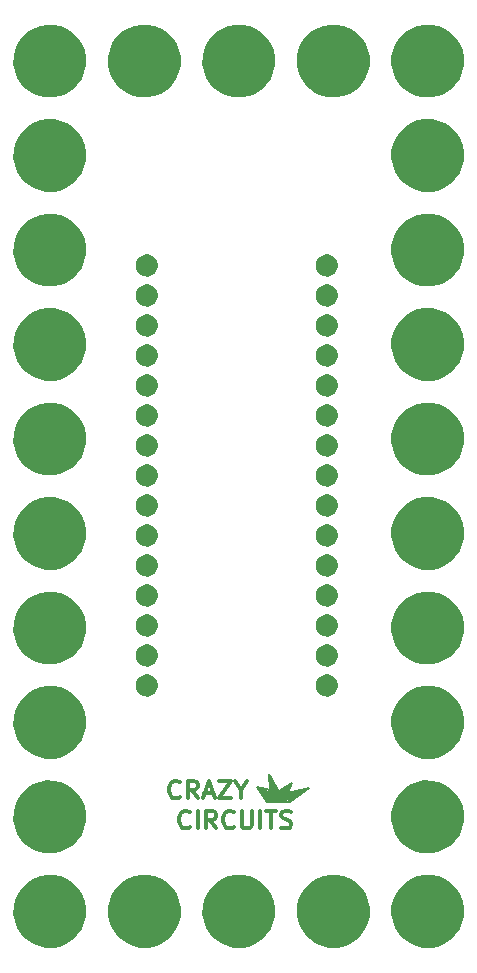
<source format=gts>
%TF.GenerationSoftware,KiCad,Pcbnew,4.0.5-e0-6337~49~ubuntu16.04.1*%
%TF.CreationDate,2017-02-03T12:40:07-08:00*%
%TF.ProjectId,5x10-Arduino-Nano-Breakout,357831302D41726475696E6F2D4E616E,1.0*%
%TF.FileFunction,Soldermask,Top*%
%FSLAX46Y46*%
G04 Gerber Fmt 4.6, Leading zero omitted, Abs format (unit mm)*
G04 Created by KiCad (PCBNEW 4.0.5-e0-6337~49~ubuntu16.04.1) date Fri Feb  3 12:40:07 2017*
%MOMM*%
%LPD*%
G01*
G04 APERTURE LIST*
%ADD10C,0.350000*%
%ADD11C,0.300000*%
%ADD12C,0.152400*%
%ADD13C,0.254000*%
G04 APERTURE END LIST*
D10*
D11*
X113424972Y-131244114D02*
X113353543Y-131315543D01*
X113139257Y-131386971D01*
X112996400Y-131386971D01*
X112782115Y-131315543D01*
X112639257Y-131172686D01*
X112567829Y-131029829D01*
X112496400Y-130744114D01*
X112496400Y-130529829D01*
X112567829Y-130244114D01*
X112639257Y-130101257D01*
X112782115Y-129958400D01*
X112996400Y-129886971D01*
X113139257Y-129886971D01*
X113353543Y-129958400D01*
X113424972Y-130029829D01*
X114067829Y-131386971D02*
X114067829Y-129886971D01*
X115639258Y-131386971D02*
X115139258Y-130672686D01*
X114782115Y-131386971D02*
X114782115Y-129886971D01*
X115353543Y-129886971D01*
X115496401Y-129958400D01*
X115567829Y-130029829D01*
X115639258Y-130172686D01*
X115639258Y-130386971D01*
X115567829Y-130529829D01*
X115496401Y-130601257D01*
X115353543Y-130672686D01*
X114782115Y-130672686D01*
X117139258Y-131244114D02*
X117067829Y-131315543D01*
X116853543Y-131386971D01*
X116710686Y-131386971D01*
X116496401Y-131315543D01*
X116353543Y-131172686D01*
X116282115Y-131029829D01*
X116210686Y-130744114D01*
X116210686Y-130529829D01*
X116282115Y-130244114D01*
X116353543Y-130101257D01*
X116496401Y-129958400D01*
X116710686Y-129886971D01*
X116853543Y-129886971D01*
X117067829Y-129958400D01*
X117139258Y-130029829D01*
X117782115Y-129886971D02*
X117782115Y-131101257D01*
X117853543Y-131244114D01*
X117924972Y-131315543D01*
X118067829Y-131386971D01*
X118353543Y-131386971D01*
X118496401Y-131315543D01*
X118567829Y-131244114D01*
X118639258Y-131101257D01*
X118639258Y-129886971D01*
X119353544Y-131386971D02*
X119353544Y-129886971D01*
X119853544Y-129886971D02*
X120710687Y-129886971D01*
X120282116Y-131386971D02*
X120282116Y-129886971D01*
X121139258Y-131315543D02*
X121353544Y-131386971D01*
X121710687Y-131386971D01*
X121853544Y-131315543D01*
X121924973Y-131244114D01*
X121996401Y-131101257D01*
X121996401Y-130958400D01*
X121924973Y-130815543D01*
X121853544Y-130744114D01*
X121710687Y-130672686D01*
X121424973Y-130601257D01*
X121282115Y-130529829D01*
X121210687Y-130458400D01*
X121139258Y-130315543D01*
X121139258Y-130172686D01*
X121210687Y-130029829D01*
X121282115Y-129958400D01*
X121424973Y-129886971D01*
X121782115Y-129886971D01*
X121996401Y-129958400D01*
X112573087Y-128704114D02*
X112501658Y-128775543D01*
X112287372Y-128846971D01*
X112144515Y-128846971D01*
X111930230Y-128775543D01*
X111787372Y-128632686D01*
X111715944Y-128489829D01*
X111644515Y-128204114D01*
X111644515Y-127989829D01*
X111715944Y-127704114D01*
X111787372Y-127561257D01*
X111930230Y-127418400D01*
X112144515Y-127346971D01*
X112287372Y-127346971D01*
X112501658Y-127418400D01*
X112573087Y-127489829D01*
X114073087Y-128846971D02*
X113573087Y-128132686D01*
X113215944Y-128846971D02*
X113215944Y-127346971D01*
X113787372Y-127346971D01*
X113930230Y-127418400D01*
X114001658Y-127489829D01*
X114073087Y-127632686D01*
X114073087Y-127846971D01*
X114001658Y-127989829D01*
X113930230Y-128061257D01*
X113787372Y-128132686D01*
X113215944Y-128132686D01*
X114644515Y-128418400D02*
X115358801Y-128418400D01*
X114501658Y-128846971D02*
X115001658Y-127346971D01*
X115501658Y-128846971D01*
X115858801Y-127346971D02*
X116858801Y-127346971D01*
X115858801Y-128846971D01*
X116858801Y-128846971D01*
X117715943Y-128132686D02*
X117715943Y-128846971D01*
X117215943Y-127346971D02*
X117715943Y-128132686D01*
X118215943Y-127346971D01*
D12*
X123037600Y-128104900D02*
X121894600Y-129057400D01*
X121704100Y-129057400D02*
X123037600Y-128104900D01*
X122656600Y-128231900D02*
X121704100Y-129057400D01*
X121577100Y-128993900D02*
X122656600Y-128231900D01*
X122466100Y-128295400D02*
X121577100Y-128993900D01*
X121323100Y-129057400D02*
X122466100Y-128295400D01*
X122148600Y-128422400D02*
X121323100Y-129057400D01*
X121196100Y-128993900D02*
X122148600Y-128422400D01*
X121958100Y-128422400D02*
X121196100Y-128993900D01*
X121196100Y-128866900D02*
X121958100Y-128422400D01*
X121704100Y-128422400D02*
X121196100Y-128866900D01*
X121132600Y-128739900D02*
X121704100Y-128422400D01*
X121704100Y-128231900D02*
X121132600Y-128739900D01*
X121704100Y-128104900D02*
X121069100Y-128612900D01*
X121831100Y-127914400D02*
X121005600Y-128485900D01*
X121831100Y-127787400D02*
X121005600Y-128358900D01*
D13*
X119989600Y-128993900D02*
X119354600Y-128104900D01*
D12*
X121894600Y-129120900D02*
X119926100Y-129120900D01*
X123482100Y-127977900D02*
X121894600Y-129120900D01*
X121704100Y-128422400D02*
X123482100Y-127977900D01*
X122021600Y-127533400D02*
X121704100Y-128422400D01*
X120942100Y-128231900D02*
X122021600Y-127533400D01*
X120116600Y-126771400D02*
X120942100Y-128295400D01*
X120180100Y-128168400D02*
X120116600Y-126771400D01*
X119100600Y-127914400D02*
X120180100Y-128168400D01*
X119926100Y-129120900D02*
X119100600Y-127914400D01*
D13*
X120180100Y-128993900D02*
X119545100Y-128104900D01*
X120370600Y-128993900D02*
X119799100Y-128168400D01*
X120497600Y-128993900D02*
X120053100Y-128231900D01*
X120751600Y-128993900D02*
X120307100Y-128168400D01*
X120942100Y-128993900D02*
X120370600Y-127914400D01*
X121132600Y-128993900D02*
X120243600Y-127279400D01*
X120307100Y-127977900D02*
X120243600Y-127152400D01*
D10*
G36*
X101874110Y-135335847D02*
X102465055Y-135457151D01*
X103021198Y-135690932D01*
X103521334Y-136028278D01*
X103946421Y-136456343D01*
X104280266Y-136958821D01*
X104510156Y-137516576D01*
X104627264Y-138108014D01*
X104627264Y-138108024D01*
X104627331Y-138108363D01*
X104617710Y-138797416D01*
X104617633Y-138797754D01*
X104617633Y-138797762D01*
X104484057Y-139385701D01*
X104238685Y-139936816D01*
X103890937Y-140429778D01*
X103454062Y-140845809D01*
X102944700Y-141169061D01*
X102382254Y-141387219D01*
X101788147Y-141491976D01*
X101185003Y-141479342D01*
X100595800Y-141349797D01*
X100042982Y-141108277D01*
X99547607Y-140763982D01*
X99128537Y-140330023D01*
X98801738Y-139822930D01*
X98579656Y-139262014D01*
X98470755Y-138668658D01*
X98479177Y-138065441D01*
X98604606Y-137475347D01*
X98842259Y-136920858D01*
X99183091Y-136423088D01*
X99614112Y-136001000D01*
X100118913Y-135670668D01*
X100678259Y-135444677D01*
X101270845Y-135331636D01*
X101874110Y-135335847D01*
X101874110Y-135335847D01*
G37*
G36*
X109873110Y-135335847D02*
X110464055Y-135457151D01*
X111020198Y-135690932D01*
X111520334Y-136028278D01*
X111945421Y-136456343D01*
X112279266Y-136958821D01*
X112509156Y-137516576D01*
X112626264Y-138108014D01*
X112626264Y-138108024D01*
X112626331Y-138108363D01*
X112616710Y-138797416D01*
X112616633Y-138797754D01*
X112616633Y-138797762D01*
X112483057Y-139385701D01*
X112237685Y-139936816D01*
X111889937Y-140429778D01*
X111453062Y-140845809D01*
X110943700Y-141169061D01*
X110381254Y-141387219D01*
X109787147Y-141491976D01*
X109184003Y-141479342D01*
X108594800Y-141349797D01*
X108041982Y-141108277D01*
X107546607Y-140763982D01*
X107127537Y-140330023D01*
X106800738Y-139822930D01*
X106578656Y-139262014D01*
X106469755Y-138668658D01*
X106478177Y-138065441D01*
X106603606Y-137475347D01*
X106841259Y-136920858D01*
X107182091Y-136423088D01*
X107613112Y-136001000D01*
X108117913Y-135670668D01*
X108677259Y-135444677D01*
X109269845Y-135331636D01*
X109873110Y-135335847D01*
X109873110Y-135335847D01*
G37*
G36*
X125873110Y-135335847D02*
X126464055Y-135457151D01*
X127020198Y-135690932D01*
X127520334Y-136028278D01*
X127945421Y-136456343D01*
X128279266Y-136958821D01*
X128509156Y-137516576D01*
X128626264Y-138108014D01*
X128626264Y-138108024D01*
X128626331Y-138108363D01*
X128616710Y-138797416D01*
X128616633Y-138797754D01*
X128616633Y-138797762D01*
X128483057Y-139385701D01*
X128237685Y-139936816D01*
X127889937Y-140429778D01*
X127453062Y-140845809D01*
X126943700Y-141169061D01*
X126381254Y-141387219D01*
X125787147Y-141491976D01*
X125184003Y-141479342D01*
X124594800Y-141349797D01*
X124041982Y-141108277D01*
X123546607Y-140763982D01*
X123127537Y-140330023D01*
X122800738Y-139822930D01*
X122578656Y-139262014D01*
X122469755Y-138668658D01*
X122478177Y-138065441D01*
X122603606Y-137475347D01*
X122841259Y-136920858D01*
X123182091Y-136423088D01*
X123613112Y-136001000D01*
X124117913Y-135670668D01*
X124677259Y-135444677D01*
X125269845Y-135331636D01*
X125873110Y-135335847D01*
X125873110Y-135335847D01*
G37*
G36*
X133873110Y-135335847D02*
X134464055Y-135457151D01*
X135020198Y-135690932D01*
X135520334Y-136028278D01*
X135945421Y-136456343D01*
X136279266Y-136958821D01*
X136509156Y-137516576D01*
X136626264Y-138108014D01*
X136626264Y-138108024D01*
X136626331Y-138108363D01*
X136616710Y-138797416D01*
X136616633Y-138797754D01*
X136616633Y-138797762D01*
X136483057Y-139385701D01*
X136237685Y-139936816D01*
X135889937Y-140429778D01*
X135453062Y-140845809D01*
X134943700Y-141169061D01*
X134381254Y-141387219D01*
X133787147Y-141491976D01*
X133184003Y-141479342D01*
X132594800Y-141349797D01*
X132041982Y-141108277D01*
X131546607Y-140763982D01*
X131127537Y-140330023D01*
X130800738Y-139822930D01*
X130578656Y-139262014D01*
X130469755Y-138668658D01*
X130478177Y-138065441D01*
X130603606Y-137475347D01*
X130841259Y-136920858D01*
X131182091Y-136423088D01*
X131613112Y-136001000D01*
X132117913Y-135670668D01*
X132677259Y-135444677D01*
X133269845Y-135331636D01*
X133873110Y-135335847D01*
X133873110Y-135335847D01*
G37*
G36*
X117873110Y-135335847D02*
X118464055Y-135457151D01*
X119020198Y-135690932D01*
X119520334Y-136028278D01*
X119945421Y-136456343D01*
X120279266Y-136958821D01*
X120509156Y-137516576D01*
X120626264Y-138108014D01*
X120626264Y-138108024D01*
X120626331Y-138108363D01*
X120616710Y-138797416D01*
X120616633Y-138797754D01*
X120616633Y-138797762D01*
X120483057Y-139385701D01*
X120237685Y-139936816D01*
X119889937Y-140429778D01*
X119453062Y-140845809D01*
X118943700Y-141169061D01*
X118381254Y-141387219D01*
X117787147Y-141491976D01*
X117184003Y-141479342D01*
X116594800Y-141349797D01*
X116041982Y-141108277D01*
X115546607Y-140763982D01*
X115127537Y-140330023D01*
X114800738Y-139822930D01*
X114578656Y-139262014D01*
X114469755Y-138668658D01*
X114478177Y-138065441D01*
X114603606Y-137475347D01*
X114841259Y-136920858D01*
X115182091Y-136423088D01*
X115613112Y-136001000D01*
X116117913Y-135670668D01*
X116677259Y-135444677D01*
X117269845Y-135331636D01*
X117873110Y-135335847D01*
X117873110Y-135335847D01*
G37*
G36*
X101874110Y-127335847D02*
X102465055Y-127457151D01*
X103021198Y-127690932D01*
X103521334Y-128028278D01*
X103946421Y-128456343D01*
X104280266Y-128958821D01*
X104510156Y-129516576D01*
X104627264Y-130108014D01*
X104627264Y-130108024D01*
X104627331Y-130108363D01*
X104617710Y-130797416D01*
X104617633Y-130797754D01*
X104617633Y-130797762D01*
X104484057Y-131385701D01*
X104238685Y-131936816D01*
X103890937Y-132429778D01*
X103454062Y-132845809D01*
X102944700Y-133169061D01*
X102382254Y-133387219D01*
X101788147Y-133491976D01*
X101185003Y-133479342D01*
X100595800Y-133349797D01*
X100042982Y-133108277D01*
X99547607Y-132763982D01*
X99128537Y-132330023D01*
X98801738Y-131822930D01*
X98579656Y-131262014D01*
X98470755Y-130668658D01*
X98479177Y-130065441D01*
X98604606Y-129475347D01*
X98842259Y-128920858D01*
X99183091Y-128423088D01*
X99614112Y-128001000D01*
X100118913Y-127670668D01*
X100678259Y-127444677D01*
X101270845Y-127331636D01*
X101874110Y-127335847D01*
X101874110Y-127335847D01*
G37*
G36*
X133873110Y-127335847D02*
X134464055Y-127457151D01*
X135020198Y-127690932D01*
X135520334Y-128028278D01*
X135945421Y-128456343D01*
X136279266Y-128958821D01*
X136509156Y-129516576D01*
X136626264Y-130108014D01*
X136626264Y-130108024D01*
X136626331Y-130108363D01*
X136616710Y-130797416D01*
X136616633Y-130797754D01*
X136616633Y-130797762D01*
X136483057Y-131385701D01*
X136237685Y-131936816D01*
X135889937Y-132429778D01*
X135453062Y-132845809D01*
X134943700Y-133169061D01*
X134381254Y-133387219D01*
X133787147Y-133491976D01*
X133184003Y-133479342D01*
X132594800Y-133349797D01*
X132041982Y-133108277D01*
X131546607Y-132763982D01*
X131127537Y-132330023D01*
X130800738Y-131822930D01*
X130578656Y-131262014D01*
X130469755Y-130668658D01*
X130478177Y-130065441D01*
X130603606Y-129475347D01*
X130841259Y-128920858D01*
X131182091Y-128423088D01*
X131613112Y-128001000D01*
X132117913Y-127670668D01*
X132677259Y-127444677D01*
X133269845Y-127331636D01*
X133873110Y-127335847D01*
X133873110Y-127335847D01*
G37*
G36*
X133873110Y-119335847D02*
X134464055Y-119457151D01*
X135020198Y-119690932D01*
X135520334Y-120028278D01*
X135945421Y-120456343D01*
X136279266Y-120958821D01*
X136509156Y-121516576D01*
X136626264Y-122108014D01*
X136626264Y-122108024D01*
X136626331Y-122108363D01*
X136616710Y-122797416D01*
X136616633Y-122797754D01*
X136616633Y-122797762D01*
X136483057Y-123385701D01*
X136237685Y-123936816D01*
X135889937Y-124429778D01*
X135453062Y-124845809D01*
X134943700Y-125169061D01*
X134381254Y-125387219D01*
X133787147Y-125491976D01*
X133184003Y-125479342D01*
X132594800Y-125349797D01*
X132041982Y-125108277D01*
X131546607Y-124763982D01*
X131127537Y-124330023D01*
X130800738Y-123822930D01*
X130578656Y-123262014D01*
X130469755Y-122668658D01*
X130478177Y-122065441D01*
X130603606Y-121475347D01*
X130841259Y-120920858D01*
X131182091Y-120423088D01*
X131613112Y-120001000D01*
X132117913Y-119670668D01*
X132677259Y-119444677D01*
X133269845Y-119331636D01*
X133873110Y-119335847D01*
X133873110Y-119335847D01*
G37*
G36*
X101874110Y-119335847D02*
X102465055Y-119457151D01*
X103021198Y-119690932D01*
X103521334Y-120028278D01*
X103946421Y-120456343D01*
X104280266Y-120958821D01*
X104510156Y-121516576D01*
X104627264Y-122108014D01*
X104627264Y-122108024D01*
X104627331Y-122108363D01*
X104617710Y-122797416D01*
X104617633Y-122797754D01*
X104617633Y-122797762D01*
X104484057Y-123385701D01*
X104238685Y-123936816D01*
X103890937Y-124429778D01*
X103454062Y-124845809D01*
X102944700Y-125169061D01*
X102382254Y-125387219D01*
X101788147Y-125491976D01*
X101185003Y-125479342D01*
X100595800Y-125349797D01*
X100042982Y-125108277D01*
X99547607Y-124763982D01*
X99128537Y-124330023D01*
X98801738Y-123822930D01*
X98579656Y-123262014D01*
X98470755Y-122668658D01*
X98479177Y-122065441D01*
X98604606Y-121475347D01*
X98842259Y-120920858D01*
X99183091Y-120423088D01*
X99614112Y-120001000D01*
X100118913Y-119670668D01*
X100678259Y-119444677D01*
X101270845Y-119331636D01*
X101874110Y-119335847D01*
X101874110Y-119335847D01*
G37*
G36*
X125095715Y-118341324D02*
X125276248Y-118378383D01*
X125446158Y-118449806D01*
X125598949Y-118552866D01*
X125728821Y-118683646D01*
X125830810Y-118837153D01*
X125901043Y-119007551D01*
X125936772Y-119187999D01*
X125936772Y-119188004D01*
X125936840Y-119188348D01*
X125933901Y-119398858D01*
X125933824Y-119399196D01*
X125933824Y-119399206D01*
X125893070Y-119578586D01*
X125818108Y-119746952D01*
X125711868Y-119897556D01*
X125578399Y-120024657D01*
X125422784Y-120123414D01*
X125250954Y-120190062D01*
X125069452Y-120222066D01*
X124885186Y-120218206D01*
X124705179Y-120178629D01*
X124536288Y-120104843D01*
X124384950Y-119999660D01*
X124256921Y-119867082D01*
X124157081Y-119712161D01*
X124089232Y-119540793D01*
X124055963Y-119359523D01*
X124058535Y-119175236D01*
X124096856Y-118994956D01*
X124169459Y-118825557D01*
X124273587Y-118673484D01*
X124405266Y-118544533D01*
X124559487Y-118443614D01*
X124730372Y-118374572D01*
X124911409Y-118340038D01*
X125095715Y-118341324D01*
X125095715Y-118341324D01*
G37*
G36*
X109855715Y-118341324D02*
X110036248Y-118378383D01*
X110206158Y-118449806D01*
X110358949Y-118552866D01*
X110488821Y-118683646D01*
X110590810Y-118837153D01*
X110661043Y-119007551D01*
X110696772Y-119187999D01*
X110696772Y-119188004D01*
X110696840Y-119188348D01*
X110693901Y-119398858D01*
X110693824Y-119399196D01*
X110693824Y-119399206D01*
X110653070Y-119578586D01*
X110578108Y-119746952D01*
X110471868Y-119897556D01*
X110338399Y-120024657D01*
X110182784Y-120123414D01*
X110010954Y-120190062D01*
X109829452Y-120222066D01*
X109645186Y-120218206D01*
X109465179Y-120178629D01*
X109296288Y-120104843D01*
X109144950Y-119999660D01*
X109016921Y-119867082D01*
X108917081Y-119712161D01*
X108849232Y-119540793D01*
X108815963Y-119359523D01*
X108818535Y-119175236D01*
X108856856Y-118994956D01*
X108929459Y-118825557D01*
X109033587Y-118673484D01*
X109165266Y-118544533D01*
X109319487Y-118443614D01*
X109490372Y-118374572D01*
X109671409Y-118340038D01*
X109855715Y-118341324D01*
X109855715Y-118341324D01*
G37*
G36*
X125095715Y-115801324D02*
X125276248Y-115838383D01*
X125446158Y-115909806D01*
X125598949Y-116012866D01*
X125728821Y-116143646D01*
X125830810Y-116297153D01*
X125901043Y-116467551D01*
X125936772Y-116647999D01*
X125936772Y-116648004D01*
X125936840Y-116648348D01*
X125933901Y-116858858D01*
X125933824Y-116859196D01*
X125933824Y-116859206D01*
X125893070Y-117038586D01*
X125818108Y-117206952D01*
X125711868Y-117357556D01*
X125578399Y-117484657D01*
X125422784Y-117583414D01*
X125250954Y-117650062D01*
X125069452Y-117682066D01*
X124885186Y-117678206D01*
X124705179Y-117638629D01*
X124536288Y-117564843D01*
X124384950Y-117459660D01*
X124256921Y-117327082D01*
X124157081Y-117172161D01*
X124089232Y-117000793D01*
X124055963Y-116819523D01*
X124058535Y-116635236D01*
X124096856Y-116454956D01*
X124169459Y-116285557D01*
X124273587Y-116133484D01*
X124405266Y-116004533D01*
X124559487Y-115903614D01*
X124730372Y-115834572D01*
X124911409Y-115800038D01*
X125095715Y-115801324D01*
X125095715Y-115801324D01*
G37*
G36*
X109855715Y-115801324D02*
X110036248Y-115838383D01*
X110206158Y-115909806D01*
X110358949Y-116012866D01*
X110488821Y-116143646D01*
X110590810Y-116297153D01*
X110661043Y-116467551D01*
X110696772Y-116647999D01*
X110696772Y-116648004D01*
X110696840Y-116648348D01*
X110693901Y-116858858D01*
X110693824Y-116859196D01*
X110693824Y-116859206D01*
X110653070Y-117038586D01*
X110578108Y-117206952D01*
X110471868Y-117357556D01*
X110338399Y-117484657D01*
X110182784Y-117583414D01*
X110010954Y-117650062D01*
X109829452Y-117682066D01*
X109645186Y-117678206D01*
X109465179Y-117638629D01*
X109296288Y-117564843D01*
X109144950Y-117459660D01*
X109016921Y-117327082D01*
X108917081Y-117172161D01*
X108849232Y-117000793D01*
X108815963Y-116819523D01*
X108818535Y-116635236D01*
X108856856Y-116454956D01*
X108929459Y-116285557D01*
X109033587Y-116133484D01*
X109165266Y-116004533D01*
X109319487Y-115903614D01*
X109490372Y-115834572D01*
X109671409Y-115800038D01*
X109855715Y-115801324D01*
X109855715Y-115801324D01*
G37*
G36*
X133873110Y-111335847D02*
X134464055Y-111457151D01*
X135020198Y-111690932D01*
X135520334Y-112028278D01*
X135945421Y-112456343D01*
X136279266Y-112958821D01*
X136509156Y-113516576D01*
X136626264Y-114108014D01*
X136626264Y-114108024D01*
X136626331Y-114108363D01*
X136616710Y-114797416D01*
X136616633Y-114797754D01*
X136616633Y-114797762D01*
X136483057Y-115385701D01*
X136237685Y-115936816D01*
X135889937Y-116429778D01*
X135453062Y-116845809D01*
X134943700Y-117169061D01*
X134381254Y-117387219D01*
X133787147Y-117491976D01*
X133184003Y-117479342D01*
X132594800Y-117349797D01*
X132041982Y-117108277D01*
X131546607Y-116763982D01*
X131127537Y-116330023D01*
X130800738Y-115822930D01*
X130578656Y-115262014D01*
X130469755Y-114668658D01*
X130478177Y-114065441D01*
X130603606Y-113475347D01*
X130841259Y-112920858D01*
X131182091Y-112423088D01*
X131613112Y-112001000D01*
X132117913Y-111670668D01*
X132677259Y-111444677D01*
X133269845Y-111331636D01*
X133873110Y-111335847D01*
X133873110Y-111335847D01*
G37*
G36*
X101874110Y-111335847D02*
X102465055Y-111457151D01*
X103021198Y-111690932D01*
X103521334Y-112028278D01*
X103946421Y-112456343D01*
X104280266Y-112958821D01*
X104510156Y-113516576D01*
X104627264Y-114108014D01*
X104627264Y-114108024D01*
X104627331Y-114108363D01*
X104617710Y-114797416D01*
X104617633Y-114797754D01*
X104617633Y-114797762D01*
X104484057Y-115385701D01*
X104238685Y-115936816D01*
X103890937Y-116429778D01*
X103454062Y-116845809D01*
X102944700Y-117169061D01*
X102382254Y-117387219D01*
X101788147Y-117491976D01*
X101185003Y-117479342D01*
X100595800Y-117349797D01*
X100042982Y-117108277D01*
X99547607Y-116763982D01*
X99128537Y-116330023D01*
X98801738Y-115822930D01*
X98579656Y-115262014D01*
X98470755Y-114668658D01*
X98479177Y-114065441D01*
X98604606Y-113475347D01*
X98842259Y-112920858D01*
X99183091Y-112423088D01*
X99614112Y-112001000D01*
X100118913Y-111670668D01*
X100678259Y-111444677D01*
X101270845Y-111331636D01*
X101874110Y-111335847D01*
X101874110Y-111335847D01*
G37*
G36*
X125095715Y-113261324D02*
X125276248Y-113298383D01*
X125446158Y-113369806D01*
X125598949Y-113472866D01*
X125728821Y-113603646D01*
X125830810Y-113757153D01*
X125901043Y-113927551D01*
X125936772Y-114107999D01*
X125936772Y-114108004D01*
X125936840Y-114108348D01*
X125933901Y-114318858D01*
X125933824Y-114319196D01*
X125933824Y-114319206D01*
X125893070Y-114498586D01*
X125818108Y-114666952D01*
X125711868Y-114817556D01*
X125578399Y-114944657D01*
X125422784Y-115043414D01*
X125250954Y-115110062D01*
X125069452Y-115142066D01*
X124885186Y-115138206D01*
X124705179Y-115098629D01*
X124536288Y-115024843D01*
X124384950Y-114919660D01*
X124256921Y-114787082D01*
X124157081Y-114632161D01*
X124089232Y-114460793D01*
X124055963Y-114279523D01*
X124058535Y-114095236D01*
X124096856Y-113914956D01*
X124169459Y-113745557D01*
X124273587Y-113593484D01*
X124405266Y-113464533D01*
X124559487Y-113363614D01*
X124730372Y-113294572D01*
X124911409Y-113260038D01*
X125095715Y-113261324D01*
X125095715Y-113261324D01*
G37*
G36*
X109855715Y-113261324D02*
X110036248Y-113298383D01*
X110206158Y-113369806D01*
X110358949Y-113472866D01*
X110488821Y-113603646D01*
X110590810Y-113757153D01*
X110661043Y-113927551D01*
X110696772Y-114107999D01*
X110696772Y-114108004D01*
X110696840Y-114108348D01*
X110693901Y-114318858D01*
X110693824Y-114319196D01*
X110693824Y-114319206D01*
X110653070Y-114498586D01*
X110578108Y-114666952D01*
X110471868Y-114817556D01*
X110338399Y-114944657D01*
X110182784Y-115043414D01*
X110010954Y-115110062D01*
X109829452Y-115142066D01*
X109645186Y-115138206D01*
X109465179Y-115098629D01*
X109296288Y-115024843D01*
X109144950Y-114919660D01*
X109016921Y-114787082D01*
X108917081Y-114632161D01*
X108849232Y-114460793D01*
X108815963Y-114279523D01*
X108818535Y-114095236D01*
X108856856Y-113914956D01*
X108929459Y-113745557D01*
X109033587Y-113593484D01*
X109165266Y-113464533D01*
X109319487Y-113363614D01*
X109490372Y-113294572D01*
X109671409Y-113260038D01*
X109855715Y-113261324D01*
X109855715Y-113261324D01*
G37*
G36*
X125095715Y-110721324D02*
X125276248Y-110758383D01*
X125446158Y-110829806D01*
X125598949Y-110932866D01*
X125728821Y-111063646D01*
X125830810Y-111217153D01*
X125901043Y-111387551D01*
X125936772Y-111567999D01*
X125936772Y-111568004D01*
X125936840Y-111568348D01*
X125933901Y-111778858D01*
X125933824Y-111779196D01*
X125933824Y-111779206D01*
X125893070Y-111958586D01*
X125818108Y-112126952D01*
X125711868Y-112277556D01*
X125578399Y-112404657D01*
X125422784Y-112503414D01*
X125250954Y-112570062D01*
X125069452Y-112602066D01*
X124885186Y-112598206D01*
X124705179Y-112558629D01*
X124536288Y-112484843D01*
X124384950Y-112379660D01*
X124256921Y-112247082D01*
X124157081Y-112092161D01*
X124089232Y-111920793D01*
X124055963Y-111739523D01*
X124058535Y-111555236D01*
X124096856Y-111374956D01*
X124169459Y-111205557D01*
X124273587Y-111053484D01*
X124405266Y-110924533D01*
X124559487Y-110823614D01*
X124730372Y-110754572D01*
X124911409Y-110720038D01*
X125095715Y-110721324D01*
X125095715Y-110721324D01*
G37*
G36*
X109855715Y-110721324D02*
X110036248Y-110758383D01*
X110206158Y-110829806D01*
X110358949Y-110932866D01*
X110488821Y-111063646D01*
X110590810Y-111217153D01*
X110661043Y-111387551D01*
X110696772Y-111567999D01*
X110696772Y-111568004D01*
X110696840Y-111568348D01*
X110693901Y-111778858D01*
X110693824Y-111779196D01*
X110693824Y-111779206D01*
X110653070Y-111958586D01*
X110578108Y-112126952D01*
X110471868Y-112277556D01*
X110338399Y-112404657D01*
X110182784Y-112503414D01*
X110010954Y-112570062D01*
X109829452Y-112602066D01*
X109645186Y-112598206D01*
X109465179Y-112558629D01*
X109296288Y-112484843D01*
X109144950Y-112379660D01*
X109016921Y-112247082D01*
X108917081Y-112092161D01*
X108849232Y-111920793D01*
X108815963Y-111739523D01*
X108818535Y-111555236D01*
X108856856Y-111374956D01*
X108929459Y-111205557D01*
X109033587Y-111053484D01*
X109165266Y-110924533D01*
X109319487Y-110823614D01*
X109490372Y-110754572D01*
X109671409Y-110720038D01*
X109855715Y-110721324D01*
X109855715Y-110721324D01*
G37*
G36*
X125095715Y-108181324D02*
X125276248Y-108218383D01*
X125446158Y-108289806D01*
X125598949Y-108392866D01*
X125728821Y-108523646D01*
X125830810Y-108677153D01*
X125901043Y-108847551D01*
X125936772Y-109027999D01*
X125936772Y-109028004D01*
X125936840Y-109028348D01*
X125933901Y-109238858D01*
X125933824Y-109239196D01*
X125933824Y-109239206D01*
X125893070Y-109418586D01*
X125818108Y-109586952D01*
X125711868Y-109737556D01*
X125578399Y-109864657D01*
X125422784Y-109963414D01*
X125250954Y-110030062D01*
X125069452Y-110062066D01*
X124885186Y-110058206D01*
X124705179Y-110018629D01*
X124536288Y-109944843D01*
X124384950Y-109839660D01*
X124256921Y-109707082D01*
X124157081Y-109552161D01*
X124089232Y-109380793D01*
X124055963Y-109199523D01*
X124058535Y-109015236D01*
X124096856Y-108834956D01*
X124169459Y-108665557D01*
X124273587Y-108513484D01*
X124405266Y-108384533D01*
X124559487Y-108283614D01*
X124730372Y-108214572D01*
X124911409Y-108180038D01*
X125095715Y-108181324D01*
X125095715Y-108181324D01*
G37*
G36*
X109855715Y-108181324D02*
X110036248Y-108218383D01*
X110206158Y-108289806D01*
X110358949Y-108392866D01*
X110488821Y-108523646D01*
X110590810Y-108677153D01*
X110661043Y-108847551D01*
X110696772Y-109027999D01*
X110696772Y-109028004D01*
X110696840Y-109028348D01*
X110693901Y-109238858D01*
X110693824Y-109239196D01*
X110693824Y-109239206D01*
X110653070Y-109418586D01*
X110578108Y-109586952D01*
X110471868Y-109737556D01*
X110338399Y-109864657D01*
X110182784Y-109963414D01*
X110010954Y-110030062D01*
X109829452Y-110062066D01*
X109645186Y-110058206D01*
X109465179Y-110018629D01*
X109296288Y-109944843D01*
X109144950Y-109839660D01*
X109016921Y-109707082D01*
X108917081Y-109552161D01*
X108849232Y-109380793D01*
X108815963Y-109199523D01*
X108818535Y-109015236D01*
X108856856Y-108834956D01*
X108929459Y-108665557D01*
X109033587Y-108513484D01*
X109165266Y-108384533D01*
X109319487Y-108283614D01*
X109490372Y-108214572D01*
X109671409Y-108180038D01*
X109855715Y-108181324D01*
X109855715Y-108181324D01*
G37*
G36*
X133873110Y-103335847D02*
X134464055Y-103457151D01*
X135020198Y-103690932D01*
X135520334Y-104028278D01*
X135945421Y-104456343D01*
X136279266Y-104958821D01*
X136509156Y-105516576D01*
X136626264Y-106108014D01*
X136626264Y-106108024D01*
X136626331Y-106108363D01*
X136616710Y-106797416D01*
X136616633Y-106797754D01*
X136616633Y-106797762D01*
X136483057Y-107385701D01*
X136237685Y-107936816D01*
X135889937Y-108429778D01*
X135453062Y-108845809D01*
X134943700Y-109169061D01*
X134381254Y-109387219D01*
X133787147Y-109491976D01*
X133184003Y-109479342D01*
X132594800Y-109349797D01*
X132041982Y-109108277D01*
X131546607Y-108763982D01*
X131127537Y-108330023D01*
X130800738Y-107822930D01*
X130578656Y-107262014D01*
X130469755Y-106668658D01*
X130478177Y-106065441D01*
X130603606Y-105475347D01*
X130841259Y-104920858D01*
X131182091Y-104423088D01*
X131613112Y-104001000D01*
X132117913Y-103670668D01*
X132677259Y-103444677D01*
X133269845Y-103331636D01*
X133873110Y-103335847D01*
X133873110Y-103335847D01*
G37*
G36*
X101874110Y-103335847D02*
X102465055Y-103457151D01*
X103021198Y-103690932D01*
X103521334Y-104028278D01*
X103946421Y-104456343D01*
X104280266Y-104958821D01*
X104510156Y-105516576D01*
X104627264Y-106108014D01*
X104627264Y-106108024D01*
X104627331Y-106108363D01*
X104617710Y-106797416D01*
X104617633Y-106797754D01*
X104617633Y-106797762D01*
X104484057Y-107385701D01*
X104238685Y-107936816D01*
X103890937Y-108429778D01*
X103454062Y-108845809D01*
X102944700Y-109169061D01*
X102382254Y-109387219D01*
X101788147Y-109491976D01*
X101185003Y-109479342D01*
X100595800Y-109349797D01*
X100042982Y-109108277D01*
X99547607Y-108763982D01*
X99128537Y-108330023D01*
X98801738Y-107822930D01*
X98579656Y-107262014D01*
X98470755Y-106668658D01*
X98479177Y-106065441D01*
X98604606Y-105475347D01*
X98842259Y-104920858D01*
X99183091Y-104423088D01*
X99614112Y-104001000D01*
X100118913Y-103670668D01*
X100678259Y-103444677D01*
X101270845Y-103331636D01*
X101874110Y-103335847D01*
X101874110Y-103335847D01*
G37*
G36*
X109855715Y-105641324D02*
X110036248Y-105678383D01*
X110206158Y-105749806D01*
X110358949Y-105852866D01*
X110488821Y-105983646D01*
X110590810Y-106137153D01*
X110661043Y-106307551D01*
X110696772Y-106487999D01*
X110696772Y-106488004D01*
X110696840Y-106488348D01*
X110693901Y-106698858D01*
X110693824Y-106699196D01*
X110693824Y-106699206D01*
X110653070Y-106878586D01*
X110578108Y-107046952D01*
X110471868Y-107197556D01*
X110338399Y-107324657D01*
X110182784Y-107423414D01*
X110010954Y-107490062D01*
X109829452Y-107522066D01*
X109645186Y-107518206D01*
X109465179Y-107478629D01*
X109296288Y-107404843D01*
X109144950Y-107299660D01*
X109016921Y-107167082D01*
X108917081Y-107012161D01*
X108849232Y-106840793D01*
X108815963Y-106659523D01*
X108818535Y-106475236D01*
X108856856Y-106294956D01*
X108929459Y-106125557D01*
X109033587Y-105973484D01*
X109165266Y-105844533D01*
X109319487Y-105743614D01*
X109490372Y-105674572D01*
X109671409Y-105640038D01*
X109855715Y-105641324D01*
X109855715Y-105641324D01*
G37*
G36*
X125095715Y-105641324D02*
X125276248Y-105678383D01*
X125446158Y-105749806D01*
X125598949Y-105852866D01*
X125728821Y-105983646D01*
X125830810Y-106137153D01*
X125901043Y-106307551D01*
X125936772Y-106487999D01*
X125936772Y-106488004D01*
X125936840Y-106488348D01*
X125933901Y-106698858D01*
X125933824Y-106699196D01*
X125933824Y-106699206D01*
X125893070Y-106878586D01*
X125818108Y-107046952D01*
X125711868Y-107197556D01*
X125578399Y-107324657D01*
X125422784Y-107423414D01*
X125250954Y-107490062D01*
X125069452Y-107522066D01*
X124885186Y-107518206D01*
X124705179Y-107478629D01*
X124536288Y-107404843D01*
X124384950Y-107299660D01*
X124256921Y-107167082D01*
X124157081Y-107012161D01*
X124089232Y-106840793D01*
X124055963Y-106659523D01*
X124058535Y-106475236D01*
X124096856Y-106294956D01*
X124169459Y-106125557D01*
X124273587Y-105973484D01*
X124405266Y-105844533D01*
X124559487Y-105743614D01*
X124730372Y-105674572D01*
X124911409Y-105640038D01*
X125095715Y-105641324D01*
X125095715Y-105641324D01*
G37*
G36*
X125095715Y-103101324D02*
X125276248Y-103138383D01*
X125446158Y-103209806D01*
X125598949Y-103312866D01*
X125728821Y-103443646D01*
X125830810Y-103597153D01*
X125901043Y-103767551D01*
X125936772Y-103947999D01*
X125936772Y-103948004D01*
X125936840Y-103948348D01*
X125933901Y-104158858D01*
X125933824Y-104159196D01*
X125933824Y-104159206D01*
X125893070Y-104338586D01*
X125818108Y-104506952D01*
X125711868Y-104657556D01*
X125578399Y-104784657D01*
X125422784Y-104883414D01*
X125250954Y-104950062D01*
X125069452Y-104982066D01*
X124885186Y-104978206D01*
X124705179Y-104938629D01*
X124536288Y-104864843D01*
X124384950Y-104759660D01*
X124256921Y-104627082D01*
X124157081Y-104472161D01*
X124089232Y-104300793D01*
X124055963Y-104119523D01*
X124058535Y-103935236D01*
X124096856Y-103754956D01*
X124169459Y-103585557D01*
X124273587Y-103433484D01*
X124405266Y-103304533D01*
X124559487Y-103203614D01*
X124730372Y-103134572D01*
X124911409Y-103100038D01*
X125095715Y-103101324D01*
X125095715Y-103101324D01*
G37*
G36*
X109855715Y-103101324D02*
X110036248Y-103138383D01*
X110206158Y-103209806D01*
X110358949Y-103312866D01*
X110488821Y-103443646D01*
X110590810Y-103597153D01*
X110661043Y-103767551D01*
X110696772Y-103947999D01*
X110696772Y-103948004D01*
X110696840Y-103948348D01*
X110693901Y-104158858D01*
X110693824Y-104159196D01*
X110693824Y-104159206D01*
X110653070Y-104338586D01*
X110578108Y-104506952D01*
X110471868Y-104657556D01*
X110338399Y-104784657D01*
X110182784Y-104883414D01*
X110010954Y-104950062D01*
X109829452Y-104982066D01*
X109645186Y-104978206D01*
X109465179Y-104938629D01*
X109296288Y-104864843D01*
X109144950Y-104759660D01*
X109016921Y-104627082D01*
X108917081Y-104472161D01*
X108849232Y-104300793D01*
X108815963Y-104119523D01*
X108818535Y-103935236D01*
X108856856Y-103754956D01*
X108929459Y-103585557D01*
X109033587Y-103433484D01*
X109165266Y-103304533D01*
X109319487Y-103203614D01*
X109490372Y-103134572D01*
X109671409Y-103100038D01*
X109855715Y-103101324D01*
X109855715Y-103101324D01*
G37*
G36*
X109855715Y-100561324D02*
X110036248Y-100598383D01*
X110206158Y-100669806D01*
X110358949Y-100772866D01*
X110488821Y-100903646D01*
X110590810Y-101057153D01*
X110661043Y-101227551D01*
X110696772Y-101407999D01*
X110696772Y-101408004D01*
X110696840Y-101408348D01*
X110693901Y-101618858D01*
X110693824Y-101619196D01*
X110693824Y-101619206D01*
X110653070Y-101798586D01*
X110578108Y-101966952D01*
X110471868Y-102117556D01*
X110338399Y-102244657D01*
X110182784Y-102343414D01*
X110010954Y-102410062D01*
X109829452Y-102442066D01*
X109645186Y-102438206D01*
X109465179Y-102398629D01*
X109296288Y-102324843D01*
X109144950Y-102219660D01*
X109016921Y-102087082D01*
X108917081Y-101932161D01*
X108849232Y-101760793D01*
X108815963Y-101579523D01*
X108818535Y-101395236D01*
X108856856Y-101214956D01*
X108929459Y-101045557D01*
X109033587Y-100893484D01*
X109165266Y-100764533D01*
X109319487Y-100663614D01*
X109490372Y-100594572D01*
X109671409Y-100560038D01*
X109855715Y-100561324D01*
X109855715Y-100561324D01*
G37*
G36*
X125095715Y-100561324D02*
X125276248Y-100598383D01*
X125446158Y-100669806D01*
X125598949Y-100772866D01*
X125728821Y-100903646D01*
X125830810Y-101057153D01*
X125901043Y-101227551D01*
X125936772Y-101407999D01*
X125936772Y-101408004D01*
X125936840Y-101408348D01*
X125933901Y-101618858D01*
X125933824Y-101619196D01*
X125933824Y-101619206D01*
X125893070Y-101798586D01*
X125818108Y-101966952D01*
X125711868Y-102117556D01*
X125578399Y-102244657D01*
X125422784Y-102343414D01*
X125250954Y-102410062D01*
X125069452Y-102442066D01*
X124885186Y-102438206D01*
X124705179Y-102398629D01*
X124536288Y-102324843D01*
X124384950Y-102219660D01*
X124256921Y-102087082D01*
X124157081Y-101932161D01*
X124089232Y-101760793D01*
X124055963Y-101579523D01*
X124058535Y-101395236D01*
X124096856Y-101214956D01*
X124169459Y-101045557D01*
X124273587Y-100893484D01*
X124405266Y-100764533D01*
X124559487Y-100663614D01*
X124730372Y-100594572D01*
X124911409Y-100560038D01*
X125095715Y-100561324D01*
X125095715Y-100561324D01*
G37*
G36*
X133873110Y-95335847D02*
X134464055Y-95457151D01*
X135020198Y-95690932D01*
X135520334Y-96028278D01*
X135945421Y-96456343D01*
X136279266Y-96958821D01*
X136509156Y-97516576D01*
X136626264Y-98108014D01*
X136626264Y-98108024D01*
X136626331Y-98108363D01*
X136616710Y-98797416D01*
X136616633Y-98797754D01*
X136616633Y-98797762D01*
X136483057Y-99385701D01*
X136237685Y-99936816D01*
X135889937Y-100429778D01*
X135453062Y-100845809D01*
X134943700Y-101169061D01*
X134381254Y-101387219D01*
X133787147Y-101491976D01*
X133184003Y-101479342D01*
X132594800Y-101349797D01*
X132041982Y-101108277D01*
X131546607Y-100763982D01*
X131127537Y-100330023D01*
X130800738Y-99822930D01*
X130578656Y-99262014D01*
X130469755Y-98668658D01*
X130478177Y-98065441D01*
X130603606Y-97475347D01*
X130841259Y-96920858D01*
X131182091Y-96423088D01*
X131613112Y-96001000D01*
X132117913Y-95670668D01*
X132677259Y-95444677D01*
X133269845Y-95331636D01*
X133873110Y-95335847D01*
X133873110Y-95335847D01*
G37*
G36*
X101873110Y-95335847D02*
X102464055Y-95457151D01*
X103020198Y-95690932D01*
X103520334Y-96028278D01*
X103945421Y-96456343D01*
X104279266Y-96958821D01*
X104509156Y-97516576D01*
X104626264Y-98108014D01*
X104626264Y-98108024D01*
X104626331Y-98108363D01*
X104616710Y-98797416D01*
X104616633Y-98797754D01*
X104616633Y-98797762D01*
X104483057Y-99385701D01*
X104237685Y-99936816D01*
X103889937Y-100429778D01*
X103453062Y-100845809D01*
X102943700Y-101169061D01*
X102381254Y-101387219D01*
X101787147Y-101491976D01*
X101184003Y-101479342D01*
X100594800Y-101349797D01*
X100041982Y-101108277D01*
X99546607Y-100763982D01*
X99127537Y-100330023D01*
X98800738Y-99822930D01*
X98578656Y-99262014D01*
X98469755Y-98668658D01*
X98478177Y-98065441D01*
X98603606Y-97475347D01*
X98841259Y-96920858D01*
X99182091Y-96423088D01*
X99613112Y-96001000D01*
X100117913Y-95670668D01*
X100677259Y-95444677D01*
X101269845Y-95331636D01*
X101873110Y-95335847D01*
X101873110Y-95335847D01*
G37*
G36*
X125095715Y-98021324D02*
X125276248Y-98058383D01*
X125446158Y-98129806D01*
X125598949Y-98232866D01*
X125728821Y-98363646D01*
X125830810Y-98517153D01*
X125901043Y-98687551D01*
X125936772Y-98867999D01*
X125936772Y-98868004D01*
X125936840Y-98868348D01*
X125933901Y-99078858D01*
X125933824Y-99079196D01*
X125933824Y-99079206D01*
X125893070Y-99258586D01*
X125818108Y-99426952D01*
X125711868Y-99577556D01*
X125578399Y-99704657D01*
X125422784Y-99803414D01*
X125250954Y-99870062D01*
X125069452Y-99902066D01*
X124885186Y-99898206D01*
X124705179Y-99858629D01*
X124536288Y-99784843D01*
X124384950Y-99679660D01*
X124256921Y-99547082D01*
X124157081Y-99392161D01*
X124089232Y-99220793D01*
X124055963Y-99039523D01*
X124058535Y-98855236D01*
X124096856Y-98674956D01*
X124169459Y-98505557D01*
X124273587Y-98353484D01*
X124405266Y-98224533D01*
X124559487Y-98123614D01*
X124730372Y-98054572D01*
X124911409Y-98020038D01*
X125095715Y-98021324D01*
X125095715Y-98021324D01*
G37*
G36*
X109855715Y-98021324D02*
X110036248Y-98058383D01*
X110206158Y-98129806D01*
X110358949Y-98232866D01*
X110488821Y-98363646D01*
X110590810Y-98517153D01*
X110661043Y-98687551D01*
X110696772Y-98867999D01*
X110696772Y-98868004D01*
X110696840Y-98868348D01*
X110693901Y-99078858D01*
X110693824Y-99079196D01*
X110693824Y-99079206D01*
X110653070Y-99258586D01*
X110578108Y-99426952D01*
X110471868Y-99577556D01*
X110338399Y-99704657D01*
X110182784Y-99803414D01*
X110010954Y-99870062D01*
X109829452Y-99902066D01*
X109645186Y-99898206D01*
X109465179Y-99858629D01*
X109296288Y-99784843D01*
X109144950Y-99679660D01*
X109016921Y-99547082D01*
X108917081Y-99392161D01*
X108849232Y-99220793D01*
X108815963Y-99039523D01*
X108818535Y-98855236D01*
X108856856Y-98674956D01*
X108929459Y-98505557D01*
X109033587Y-98353484D01*
X109165266Y-98224533D01*
X109319487Y-98123614D01*
X109490372Y-98054572D01*
X109671409Y-98020038D01*
X109855715Y-98021324D01*
X109855715Y-98021324D01*
G37*
G36*
X109855715Y-95481324D02*
X110036248Y-95518383D01*
X110206158Y-95589806D01*
X110358949Y-95692866D01*
X110488821Y-95823646D01*
X110590810Y-95977153D01*
X110661043Y-96147551D01*
X110696772Y-96327999D01*
X110696772Y-96328004D01*
X110696840Y-96328348D01*
X110693901Y-96538858D01*
X110693824Y-96539196D01*
X110693824Y-96539206D01*
X110653070Y-96718586D01*
X110578108Y-96886952D01*
X110471868Y-97037556D01*
X110338399Y-97164657D01*
X110182784Y-97263414D01*
X110010954Y-97330062D01*
X109829452Y-97362066D01*
X109645186Y-97358206D01*
X109465179Y-97318629D01*
X109296288Y-97244843D01*
X109144950Y-97139660D01*
X109016921Y-97007082D01*
X108917081Y-96852161D01*
X108849232Y-96680793D01*
X108815963Y-96499523D01*
X108818535Y-96315236D01*
X108856856Y-96134956D01*
X108929459Y-95965557D01*
X109033587Y-95813484D01*
X109165266Y-95684533D01*
X109319487Y-95583614D01*
X109490372Y-95514572D01*
X109671409Y-95480038D01*
X109855715Y-95481324D01*
X109855715Y-95481324D01*
G37*
G36*
X125095715Y-95481324D02*
X125276248Y-95518383D01*
X125446158Y-95589806D01*
X125598949Y-95692866D01*
X125728821Y-95823646D01*
X125830810Y-95977153D01*
X125901043Y-96147551D01*
X125936772Y-96327999D01*
X125936772Y-96328004D01*
X125936840Y-96328348D01*
X125933901Y-96538858D01*
X125933824Y-96539196D01*
X125933824Y-96539206D01*
X125893070Y-96718586D01*
X125818108Y-96886952D01*
X125711868Y-97037556D01*
X125578399Y-97164657D01*
X125422784Y-97263414D01*
X125250954Y-97330062D01*
X125069452Y-97362066D01*
X124885186Y-97358206D01*
X124705179Y-97318629D01*
X124536288Y-97244843D01*
X124384950Y-97139660D01*
X124256921Y-97007082D01*
X124157081Y-96852161D01*
X124089232Y-96680793D01*
X124055963Y-96499523D01*
X124058535Y-96315236D01*
X124096856Y-96134956D01*
X124169459Y-95965557D01*
X124273587Y-95813484D01*
X124405266Y-95684533D01*
X124559487Y-95583614D01*
X124730372Y-95514572D01*
X124911409Y-95480038D01*
X125095715Y-95481324D01*
X125095715Y-95481324D01*
G37*
G36*
X109855715Y-92941324D02*
X110036248Y-92978383D01*
X110206158Y-93049806D01*
X110358949Y-93152866D01*
X110488821Y-93283646D01*
X110590810Y-93437153D01*
X110661043Y-93607551D01*
X110696772Y-93787999D01*
X110696772Y-93788004D01*
X110696840Y-93788348D01*
X110693901Y-93998858D01*
X110693824Y-93999196D01*
X110693824Y-93999206D01*
X110653070Y-94178586D01*
X110578108Y-94346952D01*
X110471868Y-94497556D01*
X110338399Y-94624657D01*
X110182784Y-94723414D01*
X110010954Y-94790062D01*
X109829452Y-94822066D01*
X109645186Y-94818206D01*
X109465179Y-94778629D01*
X109296288Y-94704843D01*
X109144950Y-94599660D01*
X109016921Y-94467082D01*
X108917081Y-94312161D01*
X108849232Y-94140793D01*
X108815963Y-93959523D01*
X108818535Y-93775236D01*
X108856856Y-93594956D01*
X108929459Y-93425557D01*
X109033587Y-93273484D01*
X109165266Y-93144533D01*
X109319487Y-93043614D01*
X109490372Y-92974572D01*
X109671409Y-92940038D01*
X109855715Y-92941324D01*
X109855715Y-92941324D01*
G37*
G36*
X125095715Y-92941324D02*
X125276248Y-92978383D01*
X125446158Y-93049806D01*
X125598949Y-93152866D01*
X125728821Y-93283646D01*
X125830810Y-93437153D01*
X125901043Y-93607551D01*
X125936772Y-93787999D01*
X125936772Y-93788004D01*
X125936840Y-93788348D01*
X125933901Y-93998858D01*
X125933824Y-93999196D01*
X125933824Y-93999206D01*
X125893070Y-94178586D01*
X125818108Y-94346952D01*
X125711868Y-94497556D01*
X125578399Y-94624657D01*
X125422784Y-94723414D01*
X125250954Y-94790062D01*
X125069452Y-94822066D01*
X124885186Y-94818206D01*
X124705179Y-94778629D01*
X124536288Y-94704843D01*
X124384950Y-94599660D01*
X124256921Y-94467082D01*
X124157081Y-94312161D01*
X124089232Y-94140793D01*
X124055963Y-93959523D01*
X124058535Y-93775236D01*
X124096856Y-93594956D01*
X124169459Y-93425557D01*
X124273587Y-93273484D01*
X124405266Y-93144533D01*
X124559487Y-93043614D01*
X124730372Y-92974572D01*
X124911409Y-92940038D01*
X125095715Y-92941324D01*
X125095715Y-92941324D01*
G37*
G36*
X101874110Y-87335847D02*
X102465055Y-87457151D01*
X103021198Y-87690932D01*
X103521334Y-88028278D01*
X103946421Y-88456343D01*
X104280266Y-88958821D01*
X104510156Y-89516576D01*
X104627264Y-90108014D01*
X104627264Y-90108024D01*
X104627331Y-90108363D01*
X104617710Y-90797416D01*
X104617633Y-90797754D01*
X104617633Y-90797762D01*
X104484057Y-91385701D01*
X104238685Y-91936816D01*
X103890937Y-92429778D01*
X103454062Y-92845809D01*
X102944700Y-93169061D01*
X102382254Y-93387219D01*
X101788147Y-93491976D01*
X101185003Y-93479342D01*
X100595800Y-93349797D01*
X100042982Y-93108277D01*
X99547607Y-92763982D01*
X99128537Y-92330023D01*
X98801738Y-91822930D01*
X98579656Y-91262014D01*
X98470755Y-90668658D01*
X98479177Y-90065441D01*
X98604606Y-89475347D01*
X98842259Y-88920858D01*
X99183091Y-88423088D01*
X99614112Y-88001000D01*
X100118913Y-87670668D01*
X100678259Y-87444677D01*
X101270845Y-87331636D01*
X101874110Y-87335847D01*
X101874110Y-87335847D01*
G37*
G36*
X133873110Y-87335847D02*
X134464055Y-87457151D01*
X135020198Y-87690932D01*
X135520334Y-88028278D01*
X135945421Y-88456343D01*
X136279266Y-88958821D01*
X136509156Y-89516576D01*
X136626264Y-90108014D01*
X136626264Y-90108024D01*
X136626331Y-90108363D01*
X136616710Y-90797416D01*
X136616633Y-90797754D01*
X136616633Y-90797762D01*
X136483057Y-91385701D01*
X136237685Y-91936816D01*
X135889937Y-92429778D01*
X135453062Y-92845809D01*
X134943700Y-93169061D01*
X134381254Y-93387219D01*
X133787147Y-93491976D01*
X133184003Y-93479342D01*
X132594800Y-93349797D01*
X132041982Y-93108277D01*
X131546607Y-92763982D01*
X131127537Y-92330023D01*
X130800738Y-91822930D01*
X130578656Y-91262014D01*
X130469755Y-90668658D01*
X130478177Y-90065441D01*
X130603606Y-89475347D01*
X130841259Y-88920858D01*
X131182091Y-88423088D01*
X131613112Y-88001000D01*
X132117913Y-87670668D01*
X132677259Y-87444677D01*
X133269845Y-87331636D01*
X133873110Y-87335847D01*
X133873110Y-87335847D01*
G37*
G36*
X109855715Y-90401324D02*
X110036248Y-90438383D01*
X110206158Y-90509806D01*
X110358949Y-90612866D01*
X110488821Y-90743646D01*
X110590810Y-90897153D01*
X110661043Y-91067551D01*
X110696772Y-91247999D01*
X110696772Y-91248004D01*
X110696840Y-91248348D01*
X110693901Y-91458858D01*
X110693824Y-91459196D01*
X110693824Y-91459206D01*
X110653070Y-91638586D01*
X110578108Y-91806952D01*
X110471868Y-91957556D01*
X110338399Y-92084657D01*
X110182784Y-92183414D01*
X110010954Y-92250062D01*
X109829452Y-92282066D01*
X109645186Y-92278206D01*
X109465179Y-92238629D01*
X109296288Y-92164843D01*
X109144950Y-92059660D01*
X109016921Y-91927082D01*
X108917081Y-91772161D01*
X108849232Y-91600793D01*
X108815963Y-91419523D01*
X108818535Y-91235236D01*
X108856856Y-91054956D01*
X108929459Y-90885557D01*
X109033587Y-90733484D01*
X109165266Y-90604533D01*
X109319487Y-90503614D01*
X109490372Y-90434572D01*
X109671409Y-90400038D01*
X109855715Y-90401324D01*
X109855715Y-90401324D01*
G37*
G36*
X125095715Y-90401324D02*
X125276248Y-90438383D01*
X125446158Y-90509806D01*
X125598949Y-90612866D01*
X125728821Y-90743646D01*
X125830810Y-90897153D01*
X125901043Y-91067551D01*
X125936772Y-91247999D01*
X125936772Y-91248004D01*
X125936840Y-91248348D01*
X125933901Y-91458858D01*
X125933824Y-91459196D01*
X125933824Y-91459206D01*
X125893070Y-91638586D01*
X125818108Y-91806952D01*
X125711868Y-91957556D01*
X125578399Y-92084657D01*
X125422784Y-92183414D01*
X125250954Y-92250062D01*
X125069452Y-92282066D01*
X124885186Y-92278206D01*
X124705179Y-92238629D01*
X124536288Y-92164843D01*
X124384950Y-92059660D01*
X124256921Y-91927082D01*
X124157081Y-91772161D01*
X124089232Y-91600793D01*
X124055963Y-91419523D01*
X124058535Y-91235236D01*
X124096856Y-91054956D01*
X124169459Y-90885557D01*
X124273587Y-90733484D01*
X124405266Y-90604533D01*
X124559487Y-90503614D01*
X124730372Y-90434572D01*
X124911409Y-90400038D01*
X125095715Y-90401324D01*
X125095715Y-90401324D01*
G37*
G36*
X125095715Y-87861324D02*
X125276248Y-87898383D01*
X125446158Y-87969806D01*
X125598949Y-88072866D01*
X125728821Y-88203646D01*
X125830810Y-88357153D01*
X125901043Y-88527551D01*
X125936772Y-88707999D01*
X125936772Y-88708004D01*
X125936840Y-88708348D01*
X125933901Y-88918858D01*
X125933824Y-88919196D01*
X125933824Y-88919206D01*
X125893070Y-89098586D01*
X125818108Y-89266952D01*
X125711868Y-89417556D01*
X125578399Y-89544657D01*
X125422784Y-89643414D01*
X125250954Y-89710062D01*
X125069452Y-89742066D01*
X124885186Y-89738206D01*
X124705179Y-89698629D01*
X124536288Y-89624843D01*
X124384950Y-89519660D01*
X124256921Y-89387082D01*
X124157081Y-89232161D01*
X124089232Y-89060793D01*
X124055963Y-88879523D01*
X124058535Y-88695236D01*
X124096856Y-88514956D01*
X124169459Y-88345557D01*
X124273587Y-88193484D01*
X124405266Y-88064533D01*
X124559487Y-87963614D01*
X124730372Y-87894572D01*
X124911409Y-87860038D01*
X125095715Y-87861324D01*
X125095715Y-87861324D01*
G37*
G36*
X109855715Y-87861324D02*
X110036248Y-87898383D01*
X110206158Y-87969806D01*
X110358949Y-88072866D01*
X110488821Y-88203646D01*
X110590810Y-88357153D01*
X110661043Y-88527551D01*
X110696772Y-88707999D01*
X110696772Y-88708004D01*
X110696840Y-88708348D01*
X110693901Y-88918858D01*
X110693824Y-88919196D01*
X110693824Y-88919206D01*
X110653070Y-89098586D01*
X110578108Y-89266952D01*
X110471868Y-89417556D01*
X110338399Y-89544657D01*
X110182784Y-89643414D01*
X110010954Y-89710062D01*
X109829452Y-89742066D01*
X109645186Y-89738206D01*
X109465179Y-89698629D01*
X109296288Y-89624843D01*
X109144950Y-89519660D01*
X109016921Y-89387082D01*
X108917081Y-89232161D01*
X108849232Y-89060793D01*
X108815963Y-88879523D01*
X108818535Y-88695236D01*
X108856856Y-88514956D01*
X108929459Y-88345557D01*
X109033587Y-88193484D01*
X109165266Y-88064533D01*
X109319487Y-87963614D01*
X109490372Y-87894572D01*
X109671409Y-87860038D01*
X109855715Y-87861324D01*
X109855715Y-87861324D01*
G37*
G36*
X109855715Y-85321324D02*
X110036248Y-85358383D01*
X110206158Y-85429806D01*
X110358949Y-85532866D01*
X110488821Y-85663646D01*
X110590810Y-85817153D01*
X110661043Y-85987551D01*
X110696772Y-86167999D01*
X110696772Y-86168004D01*
X110696840Y-86168348D01*
X110693901Y-86378858D01*
X110693824Y-86379196D01*
X110693824Y-86379206D01*
X110653070Y-86558586D01*
X110578108Y-86726952D01*
X110471868Y-86877556D01*
X110338399Y-87004657D01*
X110182784Y-87103414D01*
X110010954Y-87170062D01*
X109829452Y-87202066D01*
X109645186Y-87198206D01*
X109465179Y-87158629D01*
X109296288Y-87084843D01*
X109144950Y-86979660D01*
X109016921Y-86847082D01*
X108917081Y-86692161D01*
X108849232Y-86520793D01*
X108815963Y-86339523D01*
X108818535Y-86155236D01*
X108856856Y-85974956D01*
X108929459Y-85805557D01*
X109033587Y-85653484D01*
X109165266Y-85524533D01*
X109319487Y-85423614D01*
X109490372Y-85354572D01*
X109671409Y-85320038D01*
X109855715Y-85321324D01*
X109855715Y-85321324D01*
G37*
G36*
X125095715Y-85321324D02*
X125276248Y-85358383D01*
X125446158Y-85429806D01*
X125598949Y-85532866D01*
X125728821Y-85663646D01*
X125830810Y-85817153D01*
X125901043Y-85987551D01*
X125936772Y-86167999D01*
X125936772Y-86168004D01*
X125936840Y-86168348D01*
X125933901Y-86378858D01*
X125933824Y-86379196D01*
X125933824Y-86379206D01*
X125893070Y-86558586D01*
X125818108Y-86726952D01*
X125711868Y-86877556D01*
X125578399Y-87004657D01*
X125422784Y-87103414D01*
X125250954Y-87170062D01*
X125069452Y-87202066D01*
X124885186Y-87198206D01*
X124705179Y-87158629D01*
X124536288Y-87084843D01*
X124384950Y-86979660D01*
X124256921Y-86847082D01*
X124157081Y-86692161D01*
X124089232Y-86520793D01*
X124055963Y-86339523D01*
X124058535Y-86155236D01*
X124096856Y-85974956D01*
X124169459Y-85805557D01*
X124273587Y-85653484D01*
X124405266Y-85524533D01*
X124559487Y-85423614D01*
X124730372Y-85354572D01*
X124911409Y-85320038D01*
X125095715Y-85321324D01*
X125095715Y-85321324D01*
G37*
G36*
X101873110Y-79335847D02*
X102464055Y-79457151D01*
X103020198Y-79690932D01*
X103520334Y-80028278D01*
X103945421Y-80456343D01*
X104279266Y-80958821D01*
X104509156Y-81516576D01*
X104626264Y-82108014D01*
X104626264Y-82108024D01*
X104626331Y-82108363D01*
X104616710Y-82797416D01*
X104616633Y-82797754D01*
X104616633Y-82797762D01*
X104483057Y-83385701D01*
X104237685Y-83936816D01*
X103889937Y-84429778D01*
X103453062Y-84845809D01*
X102943700Y-85169061D01*
X102381254Y-85387219D01*
X101787147Y-85491976D01*
X101184003Y-85479342D01*
X100594800Y-85349797D01*
X100041982Y-85108277D01*
X99546607Y-84763982D01*
X99127537Y-84330023D01*
X98800738Y-83822930D01*
X98578656Y-83262014D01*
X98469755Y-82668658D01*
X98478177Y-82065441D01*
X98603606Y-81475347D01*
X98841259Y-80920858D01*
X99182091Y-80423088D01*
X99613112Y-80001000D01*
X100117913Y-79670668D01*
X100677259Y-79444677D01*
X101269845Y-79331636D01*
X101873110Y-79335847D01*
X101873110Y-79335847D01*
G37*
G36*
X133873110Y-79335847D02*
X134464055Y-79457151D01*
X135020198Y-79690932D01*
X135520334Y-80028278D01*
X135945421Y-80456343D01*
X136279266Y-80958821D01*
X136509156Y-81516576D01*
X136626264Y-82108014D01*
X136626264Y-82108024D01*
X136626331Y-82108363D01*
X136616710Y-82797416D01*
X136616633Y-82797754D01*
X136616633Y-82797762D01*
X136483057Y-83385701D01*
X136237685Y-83936816D01*
X135889937Y-84429778D01*
X135453062Y-84845809D01*
X134943700Y-85169061D01*
X134381254Y-85387219D01*
X133787147Y-85491976D01*
X133184003Y-85479342D01*
X132594800Y-85349797D01*
X132041982Y-85108277D01*
X131546607Y-84763982D01*
X131127537Y-84330023D01*
X130800738Y-83822930D01*
X130578656Y-83262014D01*
X130469755Y-82668658D01*
X130478177Y-82065441D01*
X130603606Y-81475347D01*
X130841259Y-80920858D01*
X131182091Y-80423088D01*
X131613112Y-80001000D01*
X132117913Y-79670668D01*
X132677259Y-79444677D01*
X133269845Y-79331636D01*
X133873110Y-79335847D01*
X133873110Y-79335847D01*
G37*
G36*
X125095715Y-82781324D02*
X125276248Y-82818383D01*
X125446158Y-82889806D01*
X125598949Y-82992866D01*
X125728821Y-83123646D01*
X125830810Y-83277153D01*
X125901043Y-83447551D01*
X125936772Y-83627999D01*
X125936772Y-83628004D01*
X125936840Y-83628348D01*
X125933901Y-83838858D01*
X125933824Y-83839196D01*
X125933824Y-83839206D01*
X125893070Y-84018586D01*
X125818108Y-84186952D01*
X125711868Y-84337556D01*
X125578399Y-84464657D01*
X125422784Y-84563414D01*
X125250954Y-84630062D01*
X125069452Y-84662066D01*
X124885186Y-84658206D01*
X124705179Y-84618629D01*
X124536288Y-84544843D01*
X124384950Y-84439660D01*
X124256921Y-84307082D01*
X124157081Y-84152161D01*
X124089232Y-83980793D01*
X124055963Y-83799523D01*
X124058535Y-83615236D01*
X124096856Y-83434956D01*
X124169459Y-83265557D01*
X124273587Y-83113484D01*
X124405266Y-82984533D01*
X124559487Y-82883614D01*
X124730372Y-82814572D01*
X124911409Y-82780038D01*
X125095715Y-82781324D01*
X125095715Y-82781324D01*
G37*
G36*
X109855715Y-82781324D02*
X110036248Y-82818383D01*
X110206158Y-82889806D01*
X110358949Y-82992866D01*
X110488821Y-83123646D01*
X110590810Y-83277153D01*
X110661043Y-83447551D01*
X110696772Y-83627999D01*
X110696772Y-83628004D01*
X110696840Y-83628348D01*
X110693901Y-83838858D01*
X110693824Y-83839196D01*
X110693824Y-83839206D01*
X110653070Y-84018586D01*
X110578108Y-84186952D01*
X110471868Y-84337556D01*
X110338399Y-84464657D01*
X110182784Y-84563414D01*
X110010954Y-84630062D01*
X109829452Y-84662066D01*
X109645186Y-84658206D01*
X109465179Y-84618629D01*
X109296288Y-84544843D01*
X109144950Y-84439660D01*
X109016921Y-84307082D01*
X108917081Y-84152161D01*
X108849232Y-83980793D01*
X108815963Y-83799523D01*
X108818535Y-83615236D01*
X108856856Y-83434956D01*
X108929459Y-83265557D01*
X109033587Y-83113484D01*
X109165266Y-82984533D01*
X109319487Y-82883614D01*
X109490372Y-82814572D01*
X109671409Y-82780038D01*
X109855715Y-82781324D01*
X109855715Y-82781324D01*
G37*
G36*
X101873110Y-71335847D02*
X102464055Y-71457151D01*
X103020198Y-71690932D01*
X103520334Y-72028278D01*
X103945421Y-72456343D01*
X104279266Y-72958821D01*
X104509156Y-73516576D01*
X104626264Y-74108014D01*
X104626264Y-74108024D01*
X104626331Y-74108363D01*
X104616710Y-74797416D01*
X104616633Y-74797754D01*
X104616633Y-74797762D01*
X104483057Y-75385701D01*
X104237685Y-75936816D01*
X103889937Y-76429778D01*
X103453062Y-76845809D01*
X102943700Y-77169061D01*
X102381254Y-77387219D01*
X101787147Y-77491976D01*
X101184003Y-77479342D01*
X100594800Y-77349797D01*
X100041982Y-77108277D01*
X99546607Y-76763982D01*
X99127537Y-76330023D01*
X98800738Y-75822930D01*
X98578656Y-75262014D01*
X98469755Y-74668658D01*
X98478177Y-74065441D01*
X98603606Y-73475347D01*
X98841259Y-72920858D01*
X99182091Y-72423088D01*
X99613112Y-72001000D01*
X100117913Y-71670668D01*
X100677259Y-71444677D01*
X101269845Y-71331636D01*
X101873110Y-71335847D01*
X101873110Y-71335847D01*
G37*
G36*
X133873110Y-71335847D02*
X134464055Y-71457151D01*
X135020198Y-71690932D01*
X135520334Y-72028278D01*
X135945421Y-72456343D01*
X136279266Y-72958821D01*
X136509156Y-73516576D01*
X136626264Y-74108014D01*
X136626264Y-74108024D01*
X136626331Y-74108363D01*
X136616710Y-74797416D01*
X136616633Y-74797754D01*
X136616633Y-74797762D01*
X136483057Y-75385701D01*
X136237685Y-75936816D01*
X135889937Y-76429778D01*
X135453062Y-76845809D01*
X134943700Y-77169061D01*
X134381254Y-77387219D01*
X133787147Y-77491976D01*
X133184003Y-77479342D01*
X132594800Y-77349797D01*
X132041982Y-77108277D01*
X131546607Y-76763982D01*
X131127537Y-76330023D01*
X130800738Y-75822930D01*
X130578656Y-75262014D01*
X130469755Y-74668658D01*
X130478177Y-74065441D01*
X130603606Y-73475347D01*
X130841259Y-72920858D01*
X131182091Y-72423088D01*
X131613112Y-72001000D01*
X132117913Y-71670668D01*
X132677259Y-71444677D01*
X133269845Y-71331636D01*
X133873110Y-71335847D01*
X133873110Y-71335847D01*
G37*
G36*
X101874110Y-63335847D02*
X102465055Y-63457151D01*
X103021198Y-63690932D01*
X103521334Y-64028278D01*
X103946421Y-64456343D01*
X104280266Y-64958821D01*
X104510156Y-65516576D01*
X104627264Y-66108014D01*
X104627264Y-66108024D01*
X104627331Y-66108363D01*
X104617710Y-66797416D01*
X104617633Y-66797754D01*
X104617633Y-66797762D01*
X104484057Y-67385701D01*
X104238685Y-67936816D01*
X103890937Y-68429778D01*
X103454062Y-68845809D01*
X102944700Y-69169061D01*
X102382254Y-69387219D01*
X101788147Y-69491976D01*
X101185003Y-69479342D01*
X100595800Y-69349797D01*
X100042982Y-69108277D01*
X99547607Y-68763982D01*
X99128537Y-68330023D01*
X98801738Y-67822930D01*
X98579656Y-67262014D01*
X98470755Y-66668658D01*
X98479177Y-66065441D01*
X98604606Y-65475347D01*
X98842259Y-64920858D01*
X99183091Y-64423088D01*
X99614112Y-64001000D01*
X100118913Y-63670668D01*
X100678259Y-63444677D01*
X101270845Y-63331636D01*
X101874110Y-63335847D01*
X101874110Y-63335847D01*
G37*
G36*
X109873110Y-63335847D02*
X110464055Y-63457151D01*
X111020198Y-63690932D01*
X111520334Y-64028278D01*
X111945421Y-64456343D01*
X112279266Y-64958821D01*
X112509156Y-65516576D01*
X112626264Y-66108014D01*
X112626264Y-66108024D01*
X112626331Y-66108363D01*
X112616710Y-66797416D01*
X112616633Y-66797754D01*
X112616633Y-66797762D01*
X112483057Y-67385701D01*
X112237685Y-67936816D01*
X111889937Y-68429778D01*
X111453062Y-68845809D01*
X110943700Y-69169061D01*
X110381254Y-69387219D01*
X109787147Y-69491976D01*
X109184003Y-69479342D01*
X108594800Y-69349797D01*
X108041982Y-69108277D01*
X107546607Y-68763982D01*
X107127537Y-68330023D01*
X106800738Y-67822930D01*
X106578656Y-67262014D01*
X106469755Y-66668658D01*
X106478177Y-66065441D01*
X106603606Y-65475347D01*
X106841259Y-64920858D01*
X107182091Y-64423088D01*
X107613112Y-64001000D01*
X108117913Y-63670668D01*
X108677259Y-63444677D01*
X109269845Y-63331636D01*
X109873110Y-63335847D01*
X109873110Y-63335847D01*
G37*
G36*
X117873110Y-63335847D02*
X118464055Y-63457151D01*
X119020198Y-63690932D01*
X119520334Y-64028278D01*
X119945421Y-64456343D01*
X120279266Y-64958821D01*
X120509156Y-65516576D01*
X120626264Y-66108014D01*
X120626264Y-66108024D01*
X120626331Y-66108363D01*
X120616710Y-66797416D01*
X120616633Y-66797754D01*
X120616633Y-66797762D01*
X120483057Y-67385701D01*
X120237685Y-67936816D01*
X119889937Y-68429778D01*
X119453062Y-68845809D01*
X118943700Y-69169061D01*
X118381254Y-69387219D01*
X117787147Y-69491976D01*
X117184003Y-69479342D01*
X116594800Y-69349797D01*
X116041982Y-69108277D01*
X115546607Y-68763982D01*
X115127537Y-68330023D01*
X114800738Y-67822930D01*
X114578656Y-67262014D01*
X114469755Y-66668658D01*
X114478177Y-66065441D01*
X114603606Y-65475347D01*
X114841259Y-64920858D01*
X115182091Y-64423088D01*
X115613112Y-64001000D01*
X116117913Y-63670668D01*
X116677259Y-63444677D01*
X117269845Y-63331636D01*
X117873110Y-63335847D01*
X117873110Y-63335847D01*
G37*
G36*
X125873110Y-63335847D02*
X126464055Y-63457151D01*
X127020198Y-63690932D01*
X127520334Y-64028278D01*
X127945421Y-64456343D01*
X128279266Y-64958821D01*
X128509156Y-65516576D01*
X128626264Y-66108014D01*
X128626264Y-66108024D01*
X128626331Y-66108363D01*
X128616710Y-66797416D01*
X128616633Y-66797754D01*
X128616633Y-66797762D01*
X128483057Y-67385701D01*
X128237685Y-67936816D01*
X127889937Y-68429778D01*
X127453062Y-68845809D01*
X126943700Y-69169061D01*
X126381254Y-69387219D01*
X125787147Y-69491976D01*
X125184003Y-69479342D01*
X124594800Y-69349797D01*
X124041982Y-69108277D01*
X123546607Y-68763982D01*
X123127537Y-68330023D01*
X122800738Y-67822930D01*
X122578656Y-67262014D01*
X122469755Y-66668658D01*
X122478177Y-66065441D01*
X122603606Y-65475347D01*
X122841259Y-64920858D01*
X123182091Y-64423088D01*
X123613112Y-64001000D01*
X124117913Y-63670668D01*
X124677259Y-63444677D01*
X125269845Y-63331636D01*
X125873110Y-63335847D01*
X125873110Y-63335847D01*
G37*
G36*
X133873110Y-63335847D02*
X134464055Y-63457151D01*
X135020198Y-63690932D01*
X135520334Y-64028278D01*
X135945421Y-64456343D01*
X136279266Y-64958821D01*
X136509156Y-65516576D01*
X136626264Y-66108014D01*
X136626264Y-66108024D01*
X136626331Y-66108363D01*
X136616710Y-66797416D01*
X136616633Y-66797754D01*
X136616633Y-66797762D01*
X136483057Y-67385701D01*
X136237685Y-67936816D01*
X135889937Y-68429778D01*
X135453062Y-68845809D01*
X134943700Y-69169061D01*
X134381254Y-69387219D01*
X133787147Y-69491976D01*
X133184003Y-69479342D01*
X132594800Y-69349797D01*
X132041982Y-69108277D01*
X131546607Y-68763982D01*
X131127537Y-68330023D01*
X130800738Y-67822930D01*
X130578656Y-67262014D01*
X130469755Y-66668658D01*
X130478177Y-66065441D01*
X130603606Y-65475347D01*
X130841259Y-64920858D01*
X131182091Y-64423088D01*
X131613112Y-64001000D01*
X132117913Y-63670668D01*
X132677259Y-63444677D01*
X133269845Y-63331636D01*
X133873110Y-63335847D01*
X133873110Y-63335847D01*
G37*
M02*

</source>
